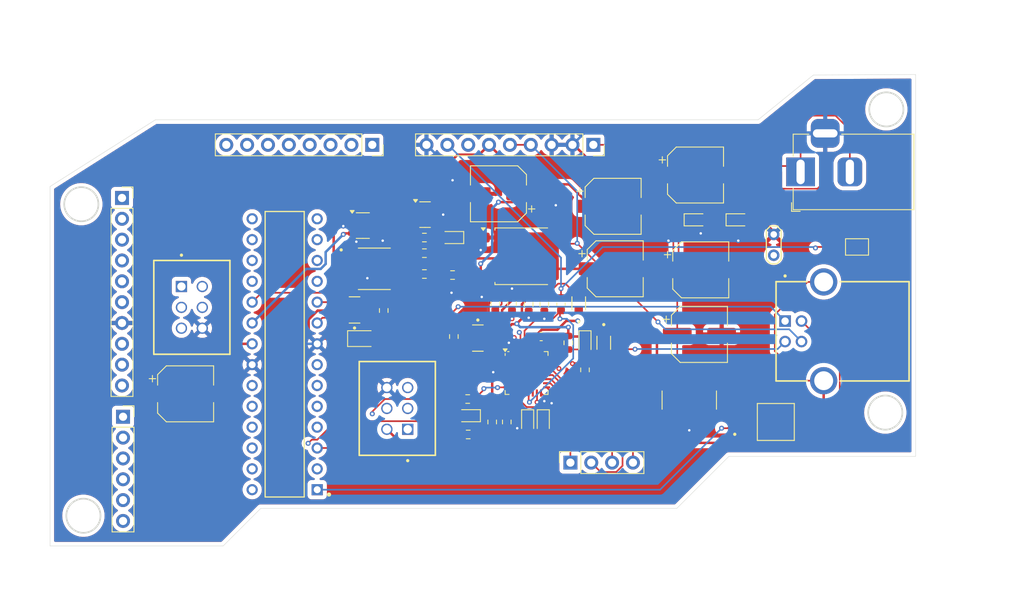
<source format=kicad_pcb>
(kicad_pcb (version 20240108) (generator "pcbnew") (generator_version "8.0")
  (layers (0 "F.Cu" signal) (1 "In1.Cu" power "IN1.CU") (2 "In2.Cu" signal) (31 "B.Cu" power) (36 "B.SilkS" user "B.Silkscreen") (37 "F.SilkS" user "F.Silkscreen") (38 "B.Mask" user) (39 "F.Mask" user) (44 "Edge.Cuts" user))
  (net 0 "")
  (net 1 "/POWER SEC/VIN")
  (net 2 "GND")
  (net 3 "+5V")
  (net 4 "/POWER SEC/+3.3V")
  (net 5 "/USB SECTION/USBGND")
  (net 6 "/USB SECTION/PD7")
  (net 7 "RESET")
  (net 8 "/MCU/AREF")
  (net 9 "/POWER SEC/PWRIN")
  (net 10 "Net-(D2-A)")
  (net 11 "/USB SECTION/RESET2")
  (net 12 "TXLED")
  (net 13 "Net-(D4-A)")
  (net 14 "Net-(D5-A)")
  (net 15 "RXLED")
  (net 16 "Net-(D6-A)")
  (net 17 "/MCU/RESET")
  (net 18 "Net-(D8-K)")
  (net 19 "USBVCC")
  (net 20 "/USB SECTION/USBSHIELD")
  (net 21 "/USB SECTION/USBD-")
  (net 22 "/USB SECTION/USBD+")
  (net 23 "/USB SECTION/MOSI2")
  (net 24 "/USB SECTION/SCK2")
  (net 25 "/USB SECTION/MISO2")
  (net 26 "/USB SECTION/PB5")
  (net 27 "/USB SECTION/PB4")
  (net 28 "/USB SECTION/PB7")
  (net 29 "/USB SECTION/PB6")
  (net 30 "/MCU/PB4{slash}MISO")
  (net 31 "/MCU/PB3{slash}MOSI")
  (net 32 "/MCU/PB5{slash}SCK")
  (net 33 "/MCU/IO5")
  (net 34 "/MCU/IO0{slash}RXD")
  (net 35 "/MCU/IO6")
  (net 36 "/MCU/IO4")
  (net 37 "/MCU/IO3")
  (net 38 "/MCU/IO7")
  (net 39 "/MCU/IO2")
  (net 40 "/MCU/IO1{slash}TXD")
  (net 41 "/MCU/SS")
  (net 42 "/MCU/IO9")
  (net 43 "/MCU/IO8")
  (net 44 "/MCU/PC5{slash}SCL")
  (net 45 "/MCU/PC4{slash}SDA")
  (net 46 "/MCU/PC2")
  (net 47 "/MCU/PC0")
  (net 48 "/MCU/PC3")
  (net 49 "/MCU/PC1")
  (net 50 "/POWER SEC/GATE_CONTROL")
  (net 51 "Net-(U6A-+)")
  (net 52 "/USB SECTION/MCUD-")
  (net 53 "/USB SECTION/MCUD+")
  (net 54 "Net-(U4-XTAL1)")
  (net 55 "Net-(U4-PC0{slash}XTAL2)")
  (net 56 "Net-(U6B--)")
  (net 57 "Net-(U7-PB6)")
  (net 58 "Net-(U7-PB7)")
  (net 59 "RXM8")
  (net 60 "TXM8")
  (net 71 "/USB SECTION/AT_TO_CAP")
  (net 72 "Net-(J3-VCC)")
  (footprint "Resistor_SMD:R_0603_1608Metric" (layer "F.Cu") (at 142.113 72.644 -90)
    (property "Reference" "R6" (hide yes))
    (property "Value" "22R" (hide yes))
  )
  (footprint "Resistor_SMD:R_0603_1608Metric" (layer "F.Cu") (at 133.223 64.58 -90)
    (property "Reference" "R11" (hide yes))
    (property "Value" "1k" (hide yes))
  )
  (footprint "Resistor_SMD:R_0603_1608Metric" (layer "F.Cu") (at 122.555 58.42 180)
    (property "Reference" "R1A1" (hide yes))
    (property "Value" "1k" (hide yes))
  )
  (footprint "Capacitor_SMD:CP_Elec_6.3x3" (layer "F.Cu") (at 155.575 48.895)
    (property "Reference" "C2" (hide yes))
    (property "Value" "47u" (hide yes))
  )
  (footprint "Library:SAMTEC_TSS-103-03-L-D" (layer "F.Cu") (at 92.964 62.484 -90)
    (property "Reference" "J6" (hide yes))
    (property "Value" "ICSP HEADER" (hide yes))
  )
  (footprint "Library:SAMTEC_TSS-103-03-L-D" (layer "F.Cu") (at 120.523 79.883 90)
    (property "Reference" "J4" (hide yes))
    (property "Value" "ICSP HEADER" (hide yes))
  )
  (footprint "Library:OSC_CSTCE16M0V53-R0" (layer "F.Cu") (at 114.046 65.339 90)
    (property "Reference" "Y2" (hide yes))
    (property "Value" "CSTCE16M0V53-R0" (hide yes))
  )
  (footprint "Resistor_SMD:R_0603_1608Metric" (layer "F.Cu") (at 117.602 65.405 90)
    (property "Reference" "R13" (hide yes))
    (property "Value" "1M" (hide yes))
  )
  (footprint "Resistor_SMD:R_0603_1608Metric" (layer "F.Cu") (at 122.555 56.515 180)
    (property "Reference" "R1B1" (hide yes))
    (property "Value" "1k" (hide yes))
  )
  (footprint "Resistor_SMD:R_0603_1608Metric" (layer "F.Cu") (at 132.588 78.994 90)
    (property "Reference" "R16" (hide yes))
    (property "Value" "1k" (hide yes))
  )
  (footprint "Library:FUSM1812X02" (layer "F.Cu") (at 122.555 65.196 90)
    (property "Reference" "F1" (hide yes))
    (property "Value" "MF-MSMF050-2" (hide yes))
  )
  (footprint "Resistor_SMD:R_0603_1608Metric" (layer "F.Cu") (at 126.143 68.58 -90)
    (property "Reference" "R10" (hide yes))
    (property "Value" "1M" (hide yes))
  )
  (footprint "Capacitor_SMD:CP_Elec_6.3x3" (layer "F.Cu") (at 93.472 75.565)
    (property "Reference" "C9" (hide yes))
    (property "Value" "100n" (hide yes))
  )
  (footprint "Library:DIP794W46P254L2967H457Q28B" (layer "F.Cu") (at 105.537 70.739 180)
    (property "Reference" "U7" (hide yes))
    (property "Value" "ATMEGA328P-PU" (hide yes))
  )
  (footprint "Diode_SMD:D_0603_1608Metric" (layer "F.Cu") (at 142.113 69.3675 -90)
    (property "Reference" "D3" (hide yes))
    (property "Value" "D" (hide yes))
  )
  (footprint "Capacitor_SMD:CP_Elec_6.3x3" (layer "F.Cu") (at 145.542 52.705)
    (property "Reference" "C5" (hide yes))
    (property "Value" "1u" (hide yes))
  )
  (footprint "Library:SAMTEC_USB-B-S-X-X-TH-TR" (layer "F.Cu") (at 171.182 67.945 90)
    (property "Reference" "J3" (hide yes))
    (property "Value" "USB-B-S-X-X-TH-TR" (hide yes))
  )
  (footprint "Library:OSC_CSTCE16M0V53-R0" (layer "F.Cu") (at 129.064 68.768 -90)
    (property "Reference" "Y1" (hide yes))
    (property "Value" "CSTCE16M0V53-R0" (hide yes))
  )
  (footprint "Diode_SMD:D_0603_1608Metric" (layer "F.Cu") (at 160.782 54.356)
    (property "Reference" "D1" (hide yes))
    (property "Value" "D" (hide yes))
  )
  (footprint "Resistor_SMD:R_0603_1608Metric" (layer "F.Cu") (at 125.984 61.087 180)
    (property "Reference" "R3" (hide yes))
    (property "Value" "10k" (hide yes))
  )
  (footprint "Library:SOIC127P599X175-8N" (layer "F.Cu") (at 116.459 60.325)
    (property "Reference" "U6" (hide yes))
    (property "Value" "LMV358" (hide yes))
  )
  (footprint "Diode_SMD:D_0603_1608Metric" (layer "F.Cu") (at 127.889 78.232 180)
    (property "Reference" "D7" (hide yes))
    (property "Value" "D" (hide yes))
  )
  (footprint "LED_SMD:LED_0603_1608Metric" (layer "F.Cu") (at 125.857 56.515 180)
    (property "Reference" "D2" (hide yes))
    (property "Value" "GREEN ON" (hide yes))
  )
  (footprint "Capacitor_SMD:CP_Elec_6.3x3" (layer "F.Cu") (at 156.21 60.452)
    (property "Reference" "C3" (hide yes))
    (property "Value" "100n" (hide yes))
  )
  (footprint "Capacitor_SMD:CP_Elec_6.3x3" (layer "F.Cu") (at 156.05 68.326)
    (property "Reference" "C4" (hide yes))
    (property "Value" "100n" (hide yes))
  )
  (footprint "Resistor_SMD:R_0603_1608Metric" (layer "F.Cu") (at 140.081 69.342 90)
    (property "Reference" "R5" (hide yes))
    (property "Value" "10k" (hide yes))
  )
  (footprint "Capacitor_SMD:C_1825_4564Metric" (layer "F.Cu") (at 154.813 76.327 90)
    (property "Reference" "C7" (hide yes))
    (property "Value" "100n" (hide yes))
  )
  (footprint "Resistor_SMD:R_0603_1608Metric" (layer "F.Cu") (at 135.255 64.643 -90)
    (property "Reference" "R9" (hide yes))
    (property "Value" "1k" (hide yes))
  )
  (footprint "Package_TO_SOT_SMD:SOT-23" (layer "F.Cu") (at 122.6335 53.721)
    (property "Reference" "Q1" (hide yes))
    (property "Value" "FDN340P" (hide yes))
  )
  (footprint "Connector_PinSocket_2.54mm:PinSocket_1x04_P2.54mm_Vertical" (layer "F.Cu") (at 140.335 83.947 90)
    (property "Reference" "J5" (hide yes))
    (property "Value" "Conn_01x04_Socket" (hide yes))
  )
  (footprint "Library:BEADC2012X105N" (layer "F.Cu") (at 173.483 79.629 180)
    (property "Reference" "FL1" (hide yes))
    (property "Value" "BLM21SP111SH1D" (hide yes))
  )
  (footprint "Resistor_SMD:R_0603_1608Metric" (layer "F.Cu") (at 137.16 64.643 90)
    (property "Reference" "R7" (hide yes))
    (property "Value" "22R" (hide yes))
  )
  (footprint "Connector_PinSocket_2.54mm:PinSocket_1x10_P2.54mm_Vertical" (layer "F.Cu") (at 85.725 51.689)
    (property "Reference" "J8" (hide yes))
    (property "Value" "Conn_01x10_Socket" (hide yes))
  )
  (footprint "Connector_BarrelJack:BarrelJack_Horizontal" (layer "F.Cu") (at 168.371 48.514 180)
    (property "Reference" "J1" (hide yes))
    (property "Value" "Barrel_Jack_Switch_Pin3Ring" (hide yes))
  )
  (footprint "LED_SMD:LED_0805_2012Metric_Pad1.15x1.40mm_HandSolder" (layer "F.Cu") (at 115.062 68.834)
    (property "Reference" "D6" (hide yes))
    (property "Value" "LED" (hide yes))
  )
  (footprint "Package_TO_SOT_SMD:SOT-23-5" (layer "F.Cu") (at 115.0565 55.057)
    (property "Reference" "U3" (hide yes))
    (property "Value" "LP2985-3.3" (hide yes))
  )
  (footprint "Resistor_SMD:R_0603_1608Metric" (layer "F.Cu") (at 131.191 64.58 -90)
    (property "Reference" "R4" (hide yes))
    (property "Value" "10k" (hide yes))
  )
  (footprint "Resistor_SMD:R_0603_1608Metric" (layer "F.Cu") (at 127.889 80.518)
    (property "Reference" "R14" (hide yes))
    (property "Value" "10k" (hide yes))
  )
  (footprint "Resistor_SMD:R_0603_1608Metric" (layer "F.Cu") (at 127.826 76.2)
    (property "Reference" "R15" (hide yes))
    (property "Value" "1k" (hide yes))
  )
  (footprint "LED_SMD:LED_0603_1608Metric" (layer "F.Cu") (at 135.128 78.994 -90)
    (property "Reference" "D5" (hide yes))
    (property "Value" "LED" (hide yes))
  )
  (footprint "Connector_PinSocket_2.54mm:PinSocket_1x08_P2.54mm_Vertical" (layer "F.Cu") (at 116.205 45.212 -90)
    (property "Reference" "J7" (hide yes))
    (property "Value" "Conn_01x08_Socket" (hide yes))
  )
  (footprint "Library:VARC1608X56N" (layer "F.Cu") (at 144.399 69.342 -90)
    (property "Reference" "RV1" (hide yes))
    (property "Value" "CG0603MLC-05E" (hide yes))
  )
  (footprint "Resistor_SMD:R_0603_1608Metric" (layer "F.Cu") (at 130.81 78.994 -90)
    (property "Reference" "R8" (hide yes))
    (property "Value" "1k" (hide yes))
  )
  (footprint "Capacitor_SMD:C_0603_1608Metric" (layer "F.Cu") (at 139.192 64.643 -90)
    (property "Reference" "C8" (hide yes))
    (property "Value" "100n" (hide yes))
  )
  (footprint "Capacitor_SMD:CP_Elec_6.3x3" (layer "F.Cu") (at 131.572 51.181 180)
    (property "Reference" "C1" (hide yes))
    (property "Value" "47u" (hide yes))
  )
  (footprint "Package_DFN_QFN:QFN-32-1EP_5x5mm_P0.5mm_EP3.1x3.1mm" (layer "F.Cu") (at 135.001 73.025)
    (property "Reference" "U4" (hide yes))
    (property "Value" "ATmega16U2-M" (hide yes))
  )
  (footprint "Diode_SMD:D_0603_1608Metric" (layer "F.Cu") (at 155.6765 54.356)
    (property "Reference" "D8" (hide yes))
    (property "Value" "D" (hide yes))
  )
  (footprint "TestPoint:TestPoint_2Pads_Pitch2.54mm_Drill0.8mm" (layer "F.Cu") (at 165.1 58.674 90)
    (property "Reference" "JP2" (hide yes))
    (property "Value" "SolderJumper_2_Open" (hide yes))
  )
  (footprint "Capacitor_SMD:C_0603_1608Metric" (layer "F.Cu") (at 136.779 68.58 180)
    (property "Reference" "C6" (hide yes))
    (property "Value" "1u" (hide yes))
  )
  (footprint "Connector_PinSocket_2.54mm:PinSocket_1x09_P2.54mm_Vertical" (layer "F.Cu") (at 143.129 45.212 -90)
    (property "Reference" "J2" (hide yes))
    (property "Value" "Conn_01x09_Socket" (hide yes))
  )
  (footprint "Library:SW_TL3305CF160QG" (layer "F.Cu") (at 165.354 78.994)
    (property "Reference" "S1" (hide yes))
    (property "Value" "TL3305CF160QG" (hide yes))
  )
  (footprint "Library:VARC1608X56N" (layer "F.Cu") (at 141.351 64.534 90)
    (property "Reference" "RV2" (hide yes))
    (property "Value" "CG0603MLC-05E" (hide yes))
  )
  (footprint "Resistor_SMD:R_0603_1608Metric" (layer "F.Cu") (at 122.555 60.96)
    (property "Reference" "R12" (hide yes))
    (property "Value" "1k" (hide yes))
  )
  (footprint "Jumper:SolderJumper-2_P1.3mm_Open_Pad1.0x1.5mm" (layer "F.Cu") (at 175.245 57.658)
    (property "Reference" "JP1" (hide yes))
    (property "Value" "SolderJumper_2_Open" (hide yes))
  )
  (footprint "Package_TO_SOT_SMD:TO-252-2" (layer "F.Cu") (at 134.453 58.795)
    (property "Reference" "U1" (hide yes))
    (property "Value" "NCP1117-5.0_TO252" (hide yes))
  )
  (footprint "LED_SMD:LED_0603_1608Metric" (layer "F.Cu") (at 137.033 78.994 -90)
    (property "Reference" "D4" (hide yes))
    (property "Value" "LED" (hide yes))
  )
  (footprint "Capacitor_SMD:CP_Elec_6.3x3" (layer "F.Cu") (at 145.796 60.325)
    (property "Reference" "C10" (hide yes))
    (property "Value" "100n" (hide yes))
  )
  (footprint "Connector_PinSocket_2.54mm:PinSocket_1x06_P2.54mm_Vertical" (layer "F.Cu") (at 85.852 78.359)
    (property "Reference" "J9" (hide yes))
    (property "Value" "Conn_01x06_Socket" (hide yes))
  )
  (gr_line (start 182.372 83.185) (end 182.372 36.703) (stroke (width 0.05)) (layer "Edge.Cuts"))
  (gr_circle (center 80.772 52.451) (end 82.854955 52.451) (stroke (width 0.2)) (fill none) (layer "Edge.Cuts"))
  (gr_line (start 102.616 89.535) (end 98.044 94.107) (stroke (width 0.05)) (layer "Edge.Cuts"))
  (gr_line (start 102.616 89.535) (end 153.289 89.535) (stroke (width 0.05)) (layer "Edge.Cuts"))
  (gr_line (start 182.372 36.703) (end 182.372 36.6395) (stroke (width 0.05)) (layer "Edge.Cuts"))
  (gr_circle (center 178.816 40.894) (end 180.898955 40.894) (stroke (width 0.2)) (fill none) (layer "Edge.Cuts"))
  (gr_line (start 76.962 94.107) (end 76.962 50.292) (stroke (width 0.05)) (layer "Edge.Cuts"))
  (gr_line (start 153.289 89.535) (end 159.639 83.185) (stroke (width 0.05)) (layer "Edge.Cuts"))
  (gr_circle (center 81.026 90.424) (end 83.108955 90.424) (stroke (width 0.2)) (fill none) (layer "Edge.Cuts"))
  (gr_circle (center 178.689 77.851) (end 180.771955 77.851) (stroke (width 0.2)) (fill none) (layer "Edge.Cuts"))
  (gr_line (start 169.926 36.703) (end 182.372 36.6395) (stroke (width 0.05)) (layer "Edge.Cuts"))
  (gr_line (start 159.639 83.185) (end 182.372 83.185) (stroke (width 0.05)) (layer "Edge.Cuts"))
  (gr_line (start 163.195 42.164) (end 89.789 42.164) (stroke (width 0.05)) (layer "Edge.Cuts"))
  (gr_line (start 163.195 42.164) (end 169.926 36.703) (stroke (width 0.05)) (layer "Edge.Cuts"))
  (gr_line (start 76.962 50.292) (end 89.789 42.164) (stroke (width 0.05)) (layer "Edge.Cuts"))
  (gr_line (start 98.044 94.107) (end 76.962 94.107) (stroke (width 0.05)) (layer "Edge.Cuts"))
  (segment (start 134.272 51.181) (end 137.16 51.181) (width 0.3) (layer "F.Cu") (net 1))
  (segment (start 156.21 56.007) (end 156.21 54.61) (width 0.3) (layer "F.Cu") (net 1))
  (segment (start 137.16 51.181) (end 138.557 52.578) (width 0.3) (layer "F.Cu") (net 1))
  (segment (start 129.413 59.705) (end 129.413 61.075) (width 0.3) (layer "F.Cu") (net 1))
  (segment (start 131.572 52.197) (end 133.256 52.197) (width 0.3) (layer "F.Cu") (net 1))
  (segment (start 156.464 54.356) (end 159.9945 54.356) (width 0.2) (layer "F.Cu") (net 1))
  (segment (start 129.401 61.087) (end 129.413 61.075) (width 0.3) (layer "F.Cu") (net 1))
  (segment (start 133.256 52.197) (end 134.272 51.181) (width 0.3) (layer "F.Cu") (net 1))
  (segment (start 156.21 54.61) (end 156.464 54.356) (width 0.3) (layer "F.Cu") (net 1))
  (segment (start 126.809 61.087) (end 129.401 61.087) (width 0.3) (layer "F.Cu") (net 1))
  (via blind (at 138.557 52.578) (size 0.6) (drill 0.3) (layers "F.Cu" "In2.Cu") (net 1))
  (via blind (at 156.21 56.007) (size 0.6) (drill 0.3) (layers "F.Cu" "In2.Cu") (net 1))
  (via (at 131.572 52.197) (size 0.6) (drill 0.3) (layers "F.Cu" "B.Cu") (net 1))
  (via (at 129.413 59.705) (size 0.6) (drill 0.3) (layers "F.Cu" "B.Cu") (net 1))
  (segment (start 129.413 59.705) (end 130.81 58.308) (width 0.3) (layer "B.Cu") (net 1))
  (segment (start 130.81 52.959) (end 131.572 52.197) (width 0.3) (layer "B.Cu") (net 1))
  (segment (start 130.81 58.308) (end 130.81 52.959) (width 0.3) (layer "B.Cu") (net 1))
  (segment (start 148.242 52.705) (end 140.749 45.212) (width 0.3) (layer "F.Cu") (net 2))
  (segment (start 114.037 68.834) (end 110.132 68.834) (width 0.3) (layer "F.Cu") (net 2))
  (segment (start 159.115 49.735) (end 165.227 49.735) (width 0.2) (layer "F.Cu") (net 2))
  (segment (start 125.318 68.834) (end 125.318 68.277) (width 0.3) (layer "F.Cu") (net 2))
  (segment (start 132.5635 72.275) (end 134.251 72.275) (width 0.3) (layer "F.Cu") (net 2))
  (segment (start 171.371 49.614) (end 171.371 43.814) (width 0.2) (layer "F.Cu") (net 2))
  (segment (start 114.046 65.339) (end 113.967 65.418) (width 0.3) (layer "F.Cu") (net 2))
  (segment (start 130.366 65.838358) (end 130.366 64.58) (width 0.3) (layer "F.Cu") (net 2))
  (segment (start 158.212999 78.377) (end 158.75 77.839999) (width 0.2) (layer "F.Cu") (net 2))
  (segment (start 112.737 55.057) (end 112.676 55.118) (width 0.3) (layer "F.Cu") (net 2))
  (segment (start 125.318 68.277) (end 125.318 67.214) (width 0.3) (layer "F.Cu") (net 2))
  (segment (start 158.91 68.166) (end 158.75 68.326) (width 0.2) (layer "F.Cu") (net 2))
  (segment (start 130.682642 66.155) (end 130.366 65.838358) (width 0.3) (layer "F.Cu") (net 2))
  (segment (start 171.371 43.814) (end 171.371 49.863) (width 0.2) (layer "F.Cu") (net 2))
  (segment (start 128.801 68.505) (end 125.546 68.505) (width 0.3) (layer "F.Cu") (net 2))
  (segment (start 140.749 45.212) (end 140.589 45.212) (width 0.3) (layer "F.Cu") (net 2))
  (segment (start 125.318 69.838358) (end 125.318 68.834) (width 0.3) (layer "F.Cu") (net 2))
  (segment (start 113.967 65.418) (end 109.552774 65.418) (width 0.3) (layer "F.Cu") (net 2))
  (segment (start 129.413 56.515) (end 129.413 58.039) (width 0.3) (layer "F.Cu") (net 2))
  (segment (start 133.223 64.146642) (end 132.016 65.353642) (width 0.3) (layer "F.Cu") (net 2))
  (segment (start 108.458 68.43) (end 109.497 69.469) (width 0.3) (layer "F.Cu") (net 2))
  (segment (start 96.172 75.565) (end 98.021 75.565) (width 0.3) (layer "F.Cu") (net 2))
  (segment (start 170.421 50.564) (end 171.371 49.614) (width 0.2) (layer "F.Cu") (net 2))
  (segment (start 114.843 62.23) (end 115.605 61.468) (width 0.2) (layer "F.Cu") (net 2))
  (segment (start 165.227 49.735) (end 166.056 50.564) (width 0.2) (layer "F.Cu") (net 2))
  (segment (start 125.318 68.733) (end 125.546 68.505) (width 0.3) (layer "F.Cu") (net 2))
  (segment (start 168.954 80.494) (end 161.754 80.494) (width 0.2) (layer "F.Cu") (net 2))
  (segment (start 160.782 60.452) (end 165.1 56.134) (width 0.2) (layer "F.Cu") (net 2))
  (segment (start 114.037 70.857) (end 117.983 74.803) (width 0.3) (layer "F.Cu") (net 2))
  (segment (start 158.275 48.895) (end 165.1 55.72) (width 0.2) (layer "F.Cu") (net 2))
  (segment (start 125.546 68.505) (end 125.318 68.277) (width 0.3) (layer "F.Cu") (net 2))
  (segment (start 148.496 60.325) (end 148.496 52.959) (width 0.3) (layer "F.Cu") (net 2))
  (segment (start 158.91 60.452) (end 158.91 68.166) (width 0.2) (layer "F.Cu") (net 2))
  (segment (start 156.93 80.494) (end 154.813 78.377) (width 0.2) (layer "F.Cu") (net 2))
  (segment (start 132.016 65.353642) (end 132.016 65.838358) (width 0.3) (layer "F.Cu") (net 2))
  (segment (start 160.782 56.896) (end 160.782 58.58) (width 0.3) (layer "F.Cu") (net 2))
  (segment (start 108.458 66.512774) (end 108.458 68.43) (width 0.3) (layer "F.Cu") (net 2))
  (segment (start 154.813 80.01) (end 154.813 78.377) (width 0.3) (layer "F.Cu") (net 2))
  (segment (start 132.016 65.838358) (end 131.699358 66.155) (width 0.3) (layer "F.Cu") (net 2))
  (segment (start 131.699358 66.155) (end 130.682642 66.155) (width 0.3) (layer "F.Cu") (net 2))
  (segment (start 134.251 72.275) (end 135.001 73.025) (width 0.3) (layer "F.Cu") (net 2))
  (segment (start 113.989 62.23) (end 114.843 62.23) (width 0.2) (layer "F.Cu") (net 2))
  (segment (start 128.777 63.755) (end 129.54 63.755) (width 0.3) (layer "F.Cu") (net 2))
  (segment (start 98.021 75.565) (end 101.577 72.009) (width 0.3) (layer "F.Cu") (net 2))
  (segment (start 158.91 60.452) (end 160.782 60.452) (width 0.2) (layer "F.Cu") (net 2))
  (segment (start 132.5635 72.275) (end 127.754642 72.275) (width 0.3) (layer "F.Cu") (net 2))
  (segment (start 127.754642 72.275) (end 125.318 69.838358) (width 0.3) (layer "F.Cu") (net 2))
  (segment (start 114.037 68.834) (end 114.037 70.857) (width 0.3) (layer "F.Cu") (net 2))
  (segment (start 165.1 55.72) (end 165.1 56.134) (width 0.2) (layer "F.Cu") (net 2))
  (segment (start 158.275 48.895) (end 159.115 49.735) (width 0.2) (layer "F.Cu") (net 2))
  (segment (start 128.872 55.974) (end 129.413 56.515) (width 0.3) (layer "F.Cu") (net 2))
  (segment (start 171.371 49.863) (end 165.1 56.134) (width 0.2) (layer "F.Cu") (net 2))
  (segment (start 125.318 67.214) (end 128.777 63.755) (width 0.3) (layer "F.Cu") (net 2))
  (segment (start 161.754 80.494) (end 156.93 80.494) (width 0.2) (layer "F.Cu") (net 2))
  (segment (start 148.496 52.959) (end 148.242 52.705) (width 0.3) (layer "F.Cu") (net 2))
  (segment (start 129.064 68.768) (end 128.801 68.505) (width 0.3) (layer "F.Cu") (net 2))
  (segment (start 129.413 56.515) (end 126.6445 56.515) (width 0.3) (layer "F.Cu") (net 2))
  (segment (start 148.496 60.325) (end 151.925 56.896) (width 0.3) (layer "F.Cu") (net 2))
  (segment (start 128.872 51.181) (end 128.872 55.974) (width 0.3) (layer "F.Cu") (net 2))
  (segment (start 158.75 77.839999) (end 158.75 68.326) (width 0.2) (layer "F.Cu") (net 2))
  (segment (start 151.925 56.896) (end 152.275 56.896) (width 0.3) (layer "F.Cu") (net 2))
  (segment (start 125.318 68.834) (end 125.318 68.733) (width 0.3) (layer "F.Cu") (net 2))
  (segment (start 160.782 58.58) (end 158.91 60.452) (width 0.3) (layer "F.Cu") (net 2))
  (segment (start 113.919 55.057) (end 112.737 55.057) (width 0.3) (layer "F.Cu") (net 2))
  (segment (start 154.813 78.377) (end 158.212999 78.377) (width 0.2) (layer "F.Cu") (net 2))
  (segment (start 127.635 51.181) (end 125.984 49.53) (width 0.3) (layer "F.Cu") (net 2))
  (segment (start 110.132 68.834) (end 109.497 69.469) (width 0.3) (layer "F.Cu") (net 2))
  (segment (start 129.54 63.755) (end 131.191 63.755) (width 0.3) (layer "F.Cu") (net 2))
  (segment (start 109.552774 65.418) (end 108.458 66.512774) (width 0.3) (layer "F.Cu") (net 2))
  (segment (start 166.056 50.564) (end 170.421 50.564) (width 0.2) (layer "F.Cu") (net 2))
  (segment (start 130.366 64.58) (end 131.191 63.755) (width 0.3) (layer "F.Cu") (net 2))
  (segment (start 133.223 63.755) (end 133.223 62.738) (width 0.3) (layer "F.Cu") (net 2))
  (segment (start 128.872 51.181) (end 127.635 51.181) (width 0.3) (layer "F.Cu") (net 2))
  (segment (start 133.223 63.755) (end 133.223 64.146642) (width 0.3) (layer "F.Cu") (net 2))
  (via (at 129.54 63.755) (size 0.6) (drill 0.3) (layers "F.Cu" "B.Cu") (net 2))
  (via blind (at 154.813 80.01) (size 0.6) (drill 0.3) (layers "F.Cu" "In1.Cu") (net 2))
  (via (at 125.984 49.53) (size 0.6) (drill 0.3) (layers "F.Cu" "B.Cu") (net 2))
  (via (at 129.413 58.039) (size 0.6) (drill 0.3) (layers "F.Cu" "B.Cu") (net 2))
  (via (at 112.676 55.118) (size 0.6) (drill 0.3) (layers "F.Cu" "B.Cu") (net 2))
  (via blind (at 160.782 56.896) (size 0.6) (drill 0.3) (layers "F.Cu" "B.Cu") (net 2))
  (via blind (at 152.275 56.896) (size 0.6) (drill 0.3) (layers "F.Cu" "B.Cu") (net 2))
  (via (at 115.605 61.468) (size 0.6) (drill 0.3) (layers "F.Cu" "B.Cu") (net 2))
  (via (at 133.223 62.738) (size 0.6) (drill 0.3) (layers "F.Cu" "B.Cu") (net 2))
  (segment (start 125.349 48.895) (end 125.349 47.752) (width 0.3) (layer "B.Cu") (net 2))
  (segment (start 122.809 54.020239) (end 122.809 45.212) (width 0.3) (layer "B.Cu") (net 2))
  (segment (start 128.763 62.978) (end 129.54 63.755) (width 0.3) (layer "B.Cu") (net 2))
  (segment (start 128.763 58.689) (end 128.763 62.978) (width 0.3) (layer "B.Cu") (net 2))
  (segment (start 104.117 69.469) (end 109.497 69.469) (width 0.3) (layer "B.Cu") (net 2))
  (segment (start 115.605 61.468) (end 115.605 63.361) (width 0.2) (layer "B.Cu") (net 2))
  (segment (start 140.589 45.212) (end 141.987 43.814) (width 0.3) (layer "B.Cu") (net 2))
  (segment (start 112.676 55.118) (end 112.676 53.44) (width 0.3) (layer "B.Cu") (net 2))
  (segment (start 141.987 43.814) (end 171.371 43.814) (width 0.3) (layer "B.Cu") (net 2))
  (segment (start 152.275 56.896) (end 160.782 56.896) (width 0.3) (layer "B.Cu") (net 2))
  (segment (start 115.605 63.361) (end 109.497 69.469) (width 0.2) (layer "B.Cu") (net 2))
  (segment (start 120.904 45.212) (end 122.809 45.212) (width 0.3) (layer "B.Cu") (net 2))
  (segment (start 112.676 53.44) (end 120.904 45.212) (width 0.3) (layer "B.Cu") (net 2))
  (segment (start 133.223 62.738) (end 131.526761 62.738) (width 0.3) (layer "B.Cu") (net 2))
  (segment (start 129.413 58.039) (end 128.763 58.689) (width 0.3) (layer "B.Cu") (net 2))
  (segment (start 125.349 47.752) (end 122.809 45.212) (width 0.3) (layer "B.Cu") (net 2))
  (segment (start 125.984 49.53) (end 125.349 48.895) (width 0.3) (layer "B.Cu") (net 2))
  (segment (start 131.526761 62.738) (end 122.809 54.020239) (width 0.3) (layer "B.Cu") (net 2))
  (segment (start 101.577 72.009) (end 104.117 69.469) (width 0.3) (layer "B.Cu") (net 2))
  (segment (start 112.803 56.007) (end 112.676 56.134) (width 0.3) (layer "F.Cu") (net 3))
  (segment (start 153.35 72.814) (end 153.35 68.326) (width 0.2) (layer "F.Cu") (net 3))
  (segment (start 153.51 49.53) (end 152.875 48.895) (width 0.2) (layer "F.Cu") (net 3))
  (segment (start 114.9315 56.1375) (end 114.8715 56.1975) (width 0.3) (layer "F.Cu") (net 3))
  (segment (start 114.686 54.107) (end 113.919 54.107) (width 0.3) (layer "F.Cu") (net 3))
  (segment (start 128.6765 78.232) (end 128.6765 80.4805) (width 0.3) (layer "F.Cu") (net 3))
  (segment (start 130.937 72.925) (end 131.087 72.775) (width 0.3) (layer "F.Cu") (net 3))
  (segment (start 130.81 78.169) (end 128.7395 78.169) (width 0.3) (layer "F.Cu") (net 3))
  (segment (start 154.813 74.277) (end 153.35 72.814) (width 0.2) (layer "F.Cu") (net 3))
  (segment (start 114.9315 55.656999) (end 114.9315 54.864) (width 0.3) (layer "F.Cu") (net 3))
  (segment (start 134.43 66.387239) (end 133.809619 67.007619) (width 0.3) (layer "F.Cu") (net 3))
  (segment (start 114.9315 54.3525) (end 114.686 54.107) (width 0.3) (layer "F.Cu") (net 3))
  (segment (start 131.087 72.775) (end 132.5635 72.775) (width 0.3) (layer "F.Cu") (net 3))
  (segment (start 130.81 73.052) (end 130.937 72.925) (width 0.3) (layer "F.Cu") (net 3))
  (segment (start 153.35 68.326) (end 153.35 60.612) (width 0.2) (layer "F.Cu") (net 3))
  (segment (start 113.919 56.007) (end 112.803 56.007) (width 0.3) (layer "F.Cu") (net 3))
  (segment (start 134.43 64.643) (end 134.43 66.387239) (width 0.3) (layer "F.Cu") (net 3))
  (segment (start 125.857 56.017104) (end 125.857 57.15) (width 0.3) (layer "F.Cu") (net 3))
  (segment (start 152.875 48.895) (end 152.875 58.780744) (width 0.2) (layer "F.Cu") (net 3))
  (segment (start 121.73 58.42) (end 118.929 58.42) (width 0.3) (layer "F.Cu") (net 3))
  (segment (start 121.73 58.42) (end 121.73 56.515) (width 0.3) (layer "F.Cu") (net 3))
  (segment (start 133.208 67.071) (end 132.842 67.437) (width 0.3) (layer "F.Cu") (net 3))
  (segment (start 142.113 68.58) (end 140.144 68.58) (width 0.3) (layer "F.Cu") (net 3))
  (segment (start 133.746238 67.071) (end 133.208 67.071) (width 0.3) (layer "F.Cu") (net 3))
  (segment (start 124.510896 54.671) (end 125.857 56.017104) (width 0.3) (layer "F.Cu") (net 3))
  (segment (start 140.081 67.437) (end 140.081 68.517) (width 0.3) (layer "F.Cu") (net 3))
  (segment (start 114.581499 56.007) (end 114.9315 55.656999) (width 0.3) (layer "F.Cu") (net 3))
  (segment (start 140.144 68.58) (end 140.081 68.517) (width 0.3) (layer "F.Cu") (net 3))
  (segment (start 137.388 57.27) (end 141.111744 57.27) (width 0.2) (layer "F.Cu") (net 3))
  (segment (start 125.857 57.15) (end 127.762 59.055) (width 0.3) (layer "F.Cu") (net 3))
  (segment (start 132.842 67.437) (end 132.842 69.342) (width 0.3) (layer "F.Cu") (net 3))
  (segment (start 114.681 56.007) (end 114.8715 56.1975) (width 0.3) (layer "F.Cu") (net 3))
  (segment (start 114.9315 55.656999) (end 114.9315 56.1375) (width 0.3) (layer "F.Cu") (net 3))
  (segment (start 150.230744 61.425) (end 145.372 61.425) (width 0.2) (layer "F.Cu") (net 3))
  (segment (start 128.714 80.518) (end 127.889 81.343) (width 0.3) (layer "F.Cu") (net 3))
  (segment (start 121.696 56.481) (end 121.73 56.515) (width 0.3) (layer "F.Cu") (net 3))
  (segment (start 113.919 56.007) (end 114.581499 56.007) (width 0.3) (layer "F.Cu") (net 3))
  (segment (start 114.9315 54.864) (end 114.9315 54.3525) (width 0.3) (layer "F.Cu") (net 3))
  (segment (start 143.096 60.325) (end 137.393 60.325) (width 0.3) (layer "F.Cu") (net 3))
  (segment (start 135.255 63.818) (end 134.43 64.643) (width 0.3) (layer "F.Cu") (net 3))
  (segment (start 127.762 59.055) (end 132.253 59.055) (width 0.3) (layer "F.Cu") (net 3))
  (segment (start 132.253 59.055) (end 134.038 57.27) (width 0.3) (layer "F.Cu") (net 3))
  (segment (start 141.111744 57.27) (end 141.164372 57.217372) (width 0.2) (layer "F.Cu") (net 3))
  (segment (start 121.696 54.671) (end 121.696 56.481) (width 0.3) (layer "F.Cu") (net 3))
  (segment (start 133.251 69.751) (end 132.842 69.342) (width 0.3) (layer "F.Cu") (net 3))
  (segment (start 114.8715 56.1975) (end 117.094 58.42) (width 0.3) (layer "F.Cu") (net 3))
  (segment (start 153.51 60.452) (end 153.51 49.53) (width 0.2) (layer "F.Cu") (net 3))
  (segment (start 128.6765 80.4805) (end 128.714 80.518) (width 0.3) (layer "F.Cu") (net 3))
  (segment (start 135.255 63.818) (end 135.255 61.537) (width 0.3) (layer "F.Cu") (net 3))
  (segment (start 145.372 61.425) (end 141.164372 57.217372) (width 0.2) (layer "F.Cu") (net 3))
  (segment (start 133.251 70.5875) (end 133.251 69.751) (width 0.3) (layer "F.Cu") (net 3))
  (segment (start 153.35 60.612) (end 153.51 60.452) (width 0.2) (layer "F.Cu") (net 3))
  (segment (start 121.696 54.671) (end 124.510896 54.671) (width 0.3) (layer "F.Cu") (net 3))
  (segment (start 113.919 56.007) (end 114.681 56.007) (width 0.3) (layer "F.Cu") (net 3))
  (segment (start 135.255 61.537) (end 134.038 60.32) (width 0.3) (layer "F.Cu") (net 3))
  (segment (start 152.875 58.780744) (end 150.230744 61.425) (width 0.2) (layer "F.Cu") (net 3))
  (segment (start 133.809619 67.007619) (end 133.746238 67.071) (width 0.3) (layer "F.Cu") (net 3))
  (segment (start 135.509 45.212) (end 132.969 45.212) (width 0.2) (layer "F.Cu") (net 3))
  (segment (start 119.443 81.343) (end 117.983 79.883) (width 0.3) (layer "F.Cu") (net 3))
  (segment (start 130.81 78.169) (end 130.81 73.052) (width 0.3) (layer "F.Cu") (net 3))
  (segment (start 137.393 60.325) (end 137.388 60.32) (width 0.3) (layer "F.Cu") (net 3))
  (segment (start 127.889 81.343) (end 119.443 81.343) (width 0.3) (layer "F.Cu") (net 3))
  (segment (start 133.809619 67.007619) (end 133.809619 67.021) (width 0.3) (layer "F.Cu") (net 3))
  (segment (start 117.094 58.42) (end 118.929 58.42) (width 0.3) (layer "F.Cu") (net 3))
  (segment (start 128.7395 78.169) (end 128.6765 78.232) (width 0.3) (layer "F.Cu") (net 3))
  (via blind (at 141.164372 57.217372) (size 0.6) (drill 0.3) (layers "F.Cu" "B.Cu") (net 3))
  (via (at 133.809619 67.021) (size 0.6) (drill 0.3) (layers "F.Cu" "B.Cu") (net 3))
  (via (at 112.676 56.134) (size 0.6) (drill 0.3) (layers "F.Cu" "B.Cu") (net 3))
  (via (at 140.081 67.437) (size 0.6) (drill 0.3) (layers "F.Cu" "B.Cu") (net 3))
  (via blind (at 132.842 69.342) (size 0.6) (drill 0.3) (layers "F.Cu" "In1.Cu") (net 3))
  (via blind (at 130.937 72.925) (size 0.6) (drill 0.3) (layers "F.Cu" "In1.Cu") (net 3))
  (segment (start 141.164372 57.217372) (end 141.164372 50.867372) (width 0.2) (layer "B.Cu") (net 3))
  (segment (start 109.923226 60.338) (end 108.168 60.338) (width 0.3) (layer "B.Cu") (net 3))
  (segment (start 108.168 60.338) (end 101.577 66.929) (width 0.3) (layer "B.Cu") (net 3))
  (segment (start 141.164372 50.867372) (end 135.509 45.212) (width 0.2) (layer "B.Cu") (net 3))
  (segment (start 110.53 59.731226) (end 109.923226 60.338) (width 0.3) (layer "B.Cu") (net 3))
  (segment (start 110.53 58.28) (end 110.53 59.731226) (width 0.3) (layer "B.Cu") (net 3))
  (segment (start 112.676 56.134) (end 110.53 58.28) (width 0.3) (layer "B.Cu") (net 3))
  (segment (start 134.225619 67.437) (end 133.809619 67.021) (width 0.3) (layer "B.Cu") (net 3))
  (segment (start 140.081 67.437) (end 134.225619 67.437) (width 0.3) (layer "B.Cu") (net 3))
  (segment (start 112.903 59.69) (end 113.989 59.69) (width 0.3) (layer "F.Cu") (net 4))
  (segment (start 111.506 55.146238) (end 111.506 58.293) (width 0.3) (layer "F.Cu") (net 4))
  (segment (start 115.544 53.457) (end 113.195238 53.457) (width 0.3) (layer "F.Cu") (net 4))
  (segment (start 111.506 58.293) (end 112.903 59.69) (width 0.3) (layer "F.Cu") (net 4))
  (segment (start 135.248 50.031) (end 130.429 45.212) (width 0.3) (layer "F.Cu") (net 4))
  (segment (start 142.842 52.705) (end 140.168 50.031) (width 0.3) (layer "F.Cu") (net 4))
  (segment (start 116.194 54.107) (end 118.911238 54.107) (width 0.3) (layer "F.Cu") (net 4))
  (segment (start 126.606238 46.412) (end 129.229 46.412) (width 0.3) (layer "F.Cu") (net 4))
  (segment (start 129.229 46.412) (end 130.429 45.212) (width 0.3) (layer "F.Cu") (net 4))
  (segment (start 118.911238 54.107) (end 126.606238 46.412) (width 0.3) (layer "F.Cu") (net 4))
  (segment (start 113.195238 53.457) (end 111.506 55.146238) (width 0.3) (layer "F.Cu") (net 4))
  (segment (start 116.194 54.107) (end 115.544 53.457) (width 0.3) (layer "F.Cu") (net 4))
  (segment (start 140.168 50.031) (end 135.248 50.031) (width 0.3) (layer "F.Cu") (net 4))
  (segment (start 139.827 66.675) (end 141.224 66.675) (width 0.3) (layer "F.Cu") (net 5))
  (segment (start 135.251 69.333) (end 135.251 70.5875) (width 0.3) (layer "F.Cu") (net 5))
  (segment (start 136.004 68.58) (end 136.829 67.755) (width 0.3) (layer "F.Cu") (net 5))
  (segment (start 173.14 79.082) (end 173.14 71.353) (width 0.2) (layer "F.Cu") (net 5))
  (segment (start 172.593 79.629) (end 173.14 79.082) (width 0.2) (layer "F.Cu") (net 5))
  (segment (start 138.747 67.755) (end 139.827 66.675) (width 0.3) (layer "F.Cu") (net 5))
  (segment (start 136.829 67.755) (end 138.747 67.755) (width 0.3) (layer "F.Cu") (net 5))
  (segment (start 136.004 68.58) (end 135.251 69.333) (width 0.3) (layer "F.Cu") (net 5))
  (segment (start 173.14 71.353) (end 168.482 66.695) (width 0.2) (layer "F.Cu") (net 5))
  (via blind (at 141.224 66.675) (size 0.6) (drill 0.3) (layers "F.Cu" "B.Cu") (net 5))
  (segment (start 133.223 66.421) (end 133.223 65.405) (width 0.2) (layer "F.Cu") (net 6))
  (segment (start 139.065 66.421) (end 139.065 65.545) (width 0.2) (layer "F.Cu") (net 6))
  (segment (start 135.251 76.485) (end 135.347 76.581) (width 0.2) (layer "F.Cu") (net 6))
  (segment (start 135.251 75.4625) (end 135.251 76.485) (width 0.2) (layer "F.Cu") (net 6))
  (segment (start 139.192 65.418) (end 138.189 66.421) (width 0.2) (layer "F.Cu") (net 6))
  (segment (start 138.189 66.421) (end 137.16 66.421) (width 0.2) (layer "F.Cu") (net 6))
  (segment (start 139.065 65.545) (end 139.192 65.418) (width 0.2) (layer "F.Cu") (net 6))
  (via blind (at 137.16 66.421) (size 0.6) (drill 0.3) (layers "F.Cu" "In2.Cu") (net 6))
  (via blind (at 133.223 66.421) (size 0.6) (drill 0.3) (layers "F.Cu" "In2.Cu") (net 6))
  (via blind (at 135.347 76.581) (size 0.6) (drill 0.3) (layers "F.Cu" "B.Cu") (net 6))
  (via blind (at 139.065 66.421) (size 0.6) (drill 0.3) (layers "F.Cu" "B.Cu") (net 6))
  (segment (start 139.913529 66.421) (end 139.065 66.421) (width 0.2) (layer "B.Cu") (net 6))
  (segment (start 140.681 71.247) (end 140.681 67.188471) (width 0.2) (layer "B.Cu") (net 6))
  (segment (start 135.347 76.581) (end 140.681 71.247) (width 0.2) (layer "B.Cu") (net 6))
  (segment (start 140.681 67.188471) (end 139.913529 66.421) (width 0.2) (layer "B.Cu") (net 6))
  (segment (start 175.895 57.658) (end 170.307 57.658) (width 0.2) (layer "F.Cu") (net 7))
  (segment (start 170.307 57.658) (end 170.18 57.785) (width 0.2) (layer "F.Cu") (net 7))
  (segment (start 139.192 63.868) (end 139.192 62.738) (width 0.2) (layer "F.Cu") (net 7))
  (via (at 139.192 62.738) (size 0.6) (drill 0.3) (layers "F.Cu" "B.Cu") (net 7))
  (via blind (at 170.18 57.785) (size 0.6) (drill 0.3) (layers "F.Cu" "B.Cu") (net 7))
  (segment (start 170.18 57.785) (end 170.069 57.674) (width 0.2) (layer "B.Cu") (net 7))
  (segment (start 144.256 57.674) (end 139.192 62.738) (width 0.2) (layer "B.Cu") (net 7))
  (segment (start 139.192 58.968471) (end 125.435529 45.212) (width 0.2) (layer "B.Cu") (net 7))
  (segment (start 125.435529 45.212) (end 125.349 45.212) (width 0.2) (layer "B.Cu") (net 7))
  (segment (start 170.069 57.674) (end 144.256 57.674) (width 0.2) (layer "B.Cu") (net 7))
  (segment (start 139.192 62.738) (end 139.192 58.968471) (width 0.2) (layer "B.Cu") (net 7))
  (segment (start 96.868 69.469) (end 101.577 69.469) (width 0.3) (layer "F.Cu") (net 8))
  (segment (start 90.772 75.565) (end 96.868 69.469) (width 0.3) (layer "F.Cu") (net 8))
  (segment (start 169.799 41.656) (end 168.371 43.084) (width 0.2) (layer "F.Cu") (net 9))
  (segment (start 174.371 48.514) (end 174.371 43.395002) (width 0.2) (layer "F.Cu") (net 9))
  (segment (start 155.702 47.879) (end 155.702 49.156744) (width 0.2) (layer "F.Cu") (net 9))
  (segment (start 174.371 43.395002) (end 172.631998 41.656) (width 0.2) (layer "F.Cu") (net 9))
  (segment (start 172.631998 41.656) (end 169.799 41.656) (width 0.2) (layer "F.Cu") (net 9))
  (segment (start 157.2085 49.995) (end 161.5695 54.356) (width 0.2) (layer "F.Cu") (net 9))
  (segment (start 168.371 48.514) (end 167.652 47.795) (width 0.2) (layer "F.Cu") (net 9))
  (segment (start 167.652 47.795) (end 155.786 47.795) (width 0.2) (layer "F.Cu") (net 9))
  (segment (start 155.702 49.156744) (end 156.540256 49.995) (width 0.2) (layer "F.Cu") (net 9))
  (segment (start 168.371 43.084) (end 168.371 48.514) (width 0.2) (layer "F.Cu") (net 9))
  (segment (start 155.786 47.795) (end 155.702 47.879) (width 0.2) (layer "F.Cu") (net 9))
  (segment (start 156.540256 49.995) (end 157.2085 49.995) (width 0.2) (layer "F.Cu") (net 9))
  (segment (start 123.38 56.515) (end 123.38 58.42) (width 0.3) (layer "F.Cu") (net 10))
  (segment (start 125.0695 56.515) (end 123.38 56.515) (width 0.3) (layer "F.Cu") (net 10))
  (segment (start 142.113 70.155) (end 140.093 70.155) (width 0.2) (layer "F.Cu") (net 11))
  (segment (start 140.093 70.155) (end 140.081 70.167) (width 0.2) (layer "F.Cu") (net 11))
  (segment (start 137.890386 71.275) (end 137.4385 71.275) (width 0.2) (layer "F.Cu") (net 11))
  (segment (start 140.081 70.167) (end 138.5465 70.167) (width 0.2) (layer "F.Cu") (net 11))
  (segment (start 138.938 72.322614) (end 137.890386 71.275) (width 0.2) (layer "F.Cu") (net 11))
  (segment (start 138.5465 70.167) (end 137.4385 71.275) (width 0.2) (layer "F.Cu") (net 11))
  (segment (start 138.938 72.482) (end 138.938 72.322614) (width 0.2) (layer "F.Cu") (net 11))
  (via blind (at 138.938 72.482) (size 0.6) (drill 0.3) (layers "F.Cu" "In2.Cu") (net 11))
  (segment (start 135.006471 77.181) (end 134.251 76.425529) (width 0.2) (layer "F.Cu") (net 12))
  (segment (start 137.033 78.2065) (end 136.0075 77.181) (width 0.2) (layer "F.Cu") (net 12))
  (segment (start 134.251 76.425529) (end 134.251 75.4625) (width 0.2) (layer "F.Cu") (net 12))
  (segment (start 136.0075 77.181) (end 135.006471 77.181) (width 0.2) (layer "F.Cu") (net 12))
  (segment (start 136.2955 79.044) (end 137.033 79.7815) (width 0.2) (layer "F.Cu") (net 13))
  (segment (start 130.81 79.819) (end 131.585 79.044) (width 0.2) (layer "F.Cu") (net 13))
  (segment (start 131.585 79.044) (end 136.2955 79.044) (width 0.2) (layer "F.Cu") (net 13))
  (segment (start 135.255 65.468) (end 135.255 66.294) (width 0.2) (layer "F.Cu") (net 14))
  (segment (start 133.858 79.756) (end 133.8835 79.7815) (width 0.2) (layer "F.Cu") (net 14))
  (segment (start 133.8835 79.7815) (end 135.128 79.7815) (width 0.2) (layer "F.Cu") (net 14))
  (via blind (at 133.858 79.756) (size 0.6) (drill 0.3) (layers "F.Cu" "In1.Cu") (net 14))
  (via blind (at 135.255 66.294) (size 0.6) (drill 0.3) (layers "F.Cu" "In1.Cu") (net 14))
  (segment (start 135.128 78.2065) (end 133.751 76.8295) (width 0.2) (layer "F.Cu") (net 15))
  (segment (start 133.751 76.8295) (end 133.751 75.4625) (width 0.2) (layer "F.Cu") (net 15))
  (segment (start 122.344 61.996) (end 120.555 61.996) (width 0.2) (layer "F.Cu") (net 16))
  (segment (start 116.205 68.834) (end 116.087 68.834) (width 0.2) (layer "F.Cu") (net 16))
  (segment (start 120.555 61.996) (end 120.555 64.484) (width 0.2) (layer "F.Cu") (net 16))
  (segment (start 123.38 60.96) (end 122.344 61.996) (width 0.2) (layer "F.Cu") (net 16))
  (segment (start 120.555 64.484) (end 116.205 68.834) (width 0.2) (layer "F.Cu") (net 16))
  (segment (start 159.492 79.756) (end 158.75 79.756) (width 0.2) (layer "F.Cu") (net 17))
  (segment (start 161.754 77.494) (end 168.954 77.494) (width 0.2) (layer "F.Cu") (net 17))
  (segment (start 111.766 78.898) (end 109.511 81.153) (width 0.2) (layer "F.Cu") (net 17))
  (segment (start 161.754 77.494) (end 159.492 79.756) (width 0.2) (layer "F.Cu") (net 17))
  (segment (start 127.1015 80.4805) (end 127.064 80.518) (width 0.2) (layer "F.Cu") (net 17))
  (segment (start 108.839 81.153) (end 108.3945 81.5975) (width 0.2) (layer "F.Cu") (net 17))
  (segment (start 127.064 80.518) (end 125.444 78.898) (width 0.2) (layer "F.Cu") (net 17))
  (segment (start 109.511 81.153) (end 108.839 81.153) (width 0.2) (layer "F.Cu") (net 17))
  (segment (start 125.444 78.898) (end 111.766 78.898) (width 0.2) (layer "F.Cu") (net 17))
  (segment (start 127.1015 78.232) (end 127.1015 80.4805) (width 0.2) (layer "F.Cu") (net 17))
  (via blind (at 108.3945 81.5975) (size 0.6) (drill 0.3) (layers "F.Cu" "B.Cu") (net 17))
  (via blind (at 158.75 79.756) (size 0.6) (drill 0.3) (layers "F.Cu" "B.Cu") (net 17))
  (segment (start 158.75 79.756) (end 151.257 87.249) (width 0.2) (layer "B.Cu") (net 17))
  (segment (start 151.257 87.249) (end 109.497 87.249) (width 0.2) (layer "B.Cu") (net 17))
  (segment (start 154.925 54.32) (end 154.925 48.110256) (width 0.2) (layer "F.Cu") (net 18))
  (segment (start 152.026744 45.212) (end 143.129 45.212) (width 0.2) (layer "F.Cu") (net 18))
  (segment (start 154.925 48.110256) (end 152.026744 45.212) (width 0.2) (layer "F.Cu") (net 18))
  (segment (start 154.889 54.356) (end 154.925 54.32) (width 0.2) (layer "F.Cu") (net 18))
  (segment (start 133.492 68.707) (end 133.751 68.966) (width 0.3) (layer "F.Cu") (net 19))
  (segment (start 123.571 53.721) (end 124.841 53.721) (width 0.3) (layer "F.Cu") (net 19))
  (segment (start 133.751 68.966) (end 133.751 70.5875) (width 0.3) (layer "F.Cu") (net 19))
  (segment (start 125.857 63.246) (end 122.555 63.246) (width 0.3) (layer "F.Cu") (net 19))
  (via blind (at 125.857 63.246) (size 0.6) (drill 0.3) (layers "F.Cu" "In1.Cu") (net 19))
  (via blind (at 124.841 53.721) (size 0.6) (drill 0.3) (layers "F.Cu" "In1.Cu") (net 19))
  (via blind (at 133.492 68.707) (size 0.6) (drill 0.3) (layers "F.Cu" "In1.Cu") (net 19))
  (segment (start 173.338 80.664) (end 171.723 80.664) (width 0.2) (layer "F.Cu") (net 20))
  (segment (start 171.182 80.123) (end 171.182 73.965) (width 0.2) (layer "F.Cu") (net 20))
  (segment (start 144.399 68.362) (end 141.351 65.314) (width 0.3) (layer "F.Cu") (net 20))
  (segment (start 144.399 68.562) (end 144.399 68.362) (width 0.3) (layer "F.Cu") (net 20))
  (segment (start 168.837234 73.965) (end 165.227 70.354766) (width 0.2) (layer "F.Cu") (net 20))
  (segment (start 171.182 80.466) (end 171.182 73.965) (width 0.3) (layer "F.Cu") (net 20))
  (segment (start 165.227 70.354766) (end 165.227 65.913) (width 0.2) (layer "F.Cu") (net 20))
  (segment (start 174.373 79.629) (end 173.338 80.664) (width 0.2) (layer "F.Cu") (net 20))
  (segment (start 170.104 81.544) (end 171.182 80.466) (width 0.3) (layer "F.Cu") (net 20))
  (segment (start 169.215 61.925) (end 171.182 61.925) (width 0.2) (layer "F.Cu") (net 20))
  (segment (start 153.524544 81.544) (end 170.104 81.544) (width 0.3) (layer "F.Cu") (net 20))
  (segment (start 171.723 80.664) (end 171.182 80.123) (width 0.2) (layer "F.Cu") (net 20))
  (segment (start 171.182 73.965) (end 168.837234 73.965) (width 0.2) (layer "F.Cu") (net 20))
  (segment (start 150.876 78.895456) (end 153.524544 81.544) (width 0.3) (layer "F.Cu") (net 20))
  (segment (start 144.399 68.562) (end 150.876 68.562) (width 0.3) (layer "F.Cu") (net 20))
  (segment (start 150.876 68.562) (end 150.876 78.895456) (width 0.3) (layer "F.Cu") (net 20))
  (segment (start 165.227 65.913) (end 169.215 61.925) (width 0.2) (layer "F.Cu") (net 20))
  (segment (start 144.399 70.122) (end 144.399 71.183) (width 0.2) (layer "F.Cu") (net 21))
  (segment (start 148.209 70.122) (end 144.399 70.122) (width 0.2) (layer "F.Cu") (net 21))
  (segment (start 144.399 71.183) (end 142.113 73.469) (width 0.2) (layer "F.Cu") (net 21))
  (via blind (at 148.209 70.122) (size 0.6) (drill 0.3) (layers "F.Cu" "B.Cu") (net 21))
  (segment (start 148.227 70.104) (end 165.573 70.104) (width 0.2) (layer "B.Cu") (net 21))
  (segment (start 148.209 70.122) (end 148.227 70.104) (width 0.2) (layer "B.Cu") (net 21))
  (segment (start 165.573 70.104) (end 166.482 69.195) (width 0.2) (layer "B.Cu") (net 21))
  (segment (start 139.735 62.138) (end 138.84 62.138) (width 0.2) (layer "F.Cu") (net 22))
  (segment (start 141.351 63.754) (end 147.955 63.754) (width 0.2) (layer "F.Cu") (net 22))
  (segment (start 138.84 62.138) (end 137.16 63.818) (width 0.2) (layer "F.Cu") (net 22))
  (segment (start 147.955 63.754) (end 151.003 66.802) (width 0.2) (layer "F.Cu") (net 22))
  (segment (start 141.351 63.754) (end 139.735 62.138) (width 0.2) (layer "F.Cu") (net 22))
  (via blind (at 151.003 66.802) (size 0.6) (drill 0.3) (layers "F.Cu" "B.Cu") (net 22))
  (segment (start 151.003 66.802) (end 151.9 67.699) (width 0.2) (layer "B.Cu") (net 22))
  (segment (start 151.9 67.699) (end 166.986 67.699) (width 0.2) (layer "B.Cu") (net 22))
  (segment (start 166.986 67.699) (end 168.482 69.195) (width 0.2) (layer "B.Cu") (net 22))
  (segment (start 137.16 75.8715) (end 136.751 75.4625) (width 0.2) (layer "F.Cu") (net 23))
  (segment (start 137.16 76.454) (end 137.16 75.8715) (width 0.2) (layer "F.Cu") (net 23))
  (via blind (at 137.16 76.454) (size 0.6) (drill 0.3) (layers "F.Cu" "In2.Cu") (net 23))
  (segment (start 136.271 75.4825) (end 136.251 75.4625) (width 0.2) (layer "F.Cu") (net 24))
  (segment (start 136.271 76.581) (end 136.271 75.4825) (width 0.2) (layer "F.Cu") (net 24))
  (via blind (at 136.271 76.581) (size 0.6) (drill 0.3) (layers "F.Cu" "In2.Cu") (net 24))
  (segment (start 138.049 75.3855) (end 137.4385 74.775) (width 0.2) (layer "F.Cu") (net 25))
  (segment (start 138.049 76.708) (end 138.049 75.3855) (width 0.2) (layer "F.Cu") (net 25))
  (via blind (at 138.049 76.708) (size 0.6) (drill 0.3) (layers "F.Cu" "In2.Cu") (net 25))
  (segment (start 137.4385 73.775) (end 137.956072 73.775) (width 0.2) (layer "F.Cu") (net 26))
  (segment (start 145.415 81.233928) (end 145.415 83.947) (width 0.2) (layer "F.Cu") (net 26))
  (segment (start 137.956072 73.775) (end 145.415 81.233928) (width 0.2) (layer "F.Cu") (net 26))
  (segment (start 140.335 76.719614) (end 140.335 83.947) (width 0.2) (layer "F.Cu") (net 27))
  (segment (start 137.4385 74.275) (end 137.890386 74.275) (width 0.2) (layer "F.Cu") (net 27))
  (segment (start 137.890386 74.275) (end 140.335 76.719614) (width 0.2) (layer "F.Cu") (net 27))
  (segment (start 137.4385 72.775) (end 137.4445 72.769) (width 0.2) (layer "F.Cu") (net 28))
  (segment (start 147.955 82.492314) (end 147.955 83.947) (width 0.2) (layer "F.Cu") (net 28))
  (segment (start 138.231686 72.769) (end 147.955 82.492314) (width 0.2) (layer "F.Cu") (net 28))
  (segment (start 137.4445 72.769) (end 138.231686 72.769) (width 0.2) (layer "F.Cu") (net 28))
  (segment (start 144.025 85.097) (end 142.875 83.947) (width 0.2) (layer "F.Cu") (net 29))
  (segment (start 138.172 73.275) (end 146.685 81.788) (width 0.2) (layer "F.Cu") (net 29))
  (segment (start 146.685 81.788) (end 146.685 84.328) (width 0.2) (layer "F.Cu") (net 29))
  (segment (start 146.685 84.328) (end 145.916 85.097) (width 0.2) (layer "F.Cu") (net 29))
  (segment (start 145.916 85.097) (end 144.025 85.097) (width 0.2) (layer "F.Cu") (net 29))
  (segment (start 137.4385 73.275) (end 138.172 73.275) (width 0.2) (layer "F.Cu") (net 29))
  (segment (start 118.929 62.23) (end 117.913 63.246) (width 0.2) (layer "F.Cu") (net 32))
  (segment (start 102.72 63.246) (end 101.577 64.389) (width 0.2) (layer "F.Cu") (net 32))
  (segment (start 117.913 63.246) (end 102.72 63.246) (width 0.2) (layer "F.Cu") (net 32))
  (segment (start 127.001 76.2) (end 117.732999 76.2) (width 0.2) (layer "F.Cu") (net 34))
  (segment (start 117.732999 76.2) (end 116.205 77.727999) (width 0.2) (layer "F.Cu") (net 34))
  (segment (start 116.205 77.727999) (end 116.205 78.001) (width 0.2) (layer "F.Cu") (net 34))
  (via (at 116.205 78.001) (size 0.6) (drill 0.3) (layers "F.Cu" "B.Cu") (net 34))
  (segment (start 130.238 82.169) (end 132.588 79.819) (width 0.2) (layer "F.Cu") (net 40))
  (segment (start 109.497 82.169) (end 130.238 82.169) (width 0.2) (layer "F.Cu") (net 40))
  (segment (start 114.265 57.023) (end 114.265 58.144) (width 0.3) (layer "F.Cu") (net 50))
  (segment (start 121.696 52.771) (end 117.571 56.896) (width 0.3) (layer "F.Cu") (net 50))
  (segment (start 114.265 58.144) (end 113.989 58.42) (width 0.3) (layer "F.Cu") (net 50))
  (segment (start 117.571 56.896) (end 117.475 56.896) (width 0.3) (layer "F.Cu") (net 50))
  (via blind (at 114.265 57.023) (size 0.6) (drill 0.3) (layers "F.Cu" "In2.Cu") (net 50))
  (via blind (at 117.475 56.896) (size 0.6) (drill 0.3) (layers "F.Cu" "In2.Cu") (net 50))
  (segment (start 127.029352 62.495) (end 125.621352 61.087) (width 0.2) (layer "F.Cu") (net 51))
  (segment (start 125.621352 61.087) (end 125.159 61.087) (width 0.2) (layer "F.Cu") (net 51))
  (segment (start 117.221 59.73059) (end 117.86159 59.09) (width 0.2) (layer "F.Cu") (net 51))
  (segment (start 121.193 59.09) (end 122.288 60.185) (width 0.2) (layer "F.Cu") (net 51))
  (segment (start 112.395 62.457205) (end 112.783795 62.846) (width 0.2) (layer "F.Cu") (net 51))
  (segment (start 116.224 62.846) (end 117.221 61.849) (width 0.2) (layer "F.Cu") (net 51))
  (segment (start 117.221 61.849) (end 117.221 59.73059) (width 0.2) (layer "F.Cu") (net 51))
  (segment (start 113.004001 60.96) (end 112.395 61.569001) (width 0.2) (layer "F.Cu") (net 51))
  (segment (start 122.288 60.185) (end 124.257 60.185) (width 0.2) (layer "F.Cu") (net 51))
  (segment (start 117.86159 59.09) (end 121.193 59.09) (width 0.2) (layer "F.Cu") (net 51))
  (segment (start 113.989 60.96) (end 113.004001 60.96) (width 0.2) (layer "F.Cu") (net 51))
  (segment (start 112.783795 62.846) (end 116.224 62.846) (width 0.2) (layer "F.Cu") (net 51))
  (segment (start 131.572 62.495) (end 127.029352 62.495) (width 0.2) (layer "F.Cu") (net 51))
  (segment (start 131.966 64.63) (end 131.966 62.889) (width 0.2) (layer "F.Cu") (net 51))
  (segment (start 112.395 61.569001) (end 112.395 62.457205) (width 0.2) (layer "F.Cu") (net 51))
  (segment (start 131.966 62.889) (end 131.572 62.495) (width 0.2) (layer "F.Cu") (net 51))
  (segment (start 131.191 65.405) (end 131.966 64.63) (width 0.2) (layer "F.Cu") (net 51))
  (segment (start 124.257 60.185) (end 125.159 61.087) (width 0.2) (layer "F.Cu") (net 51))
  (segment (start 140.652 71.819) (end 142.113 71.819) (width 0.2) (layer "F.Cu") (net 52))
  (segment (start 134.251 70.5875) (end 134.251 68.216705) (width 0.2) (layer "F.Cu") (net 52))
  (segment (start 134.251 68.216705) (end 134.111134 68.076839) (width 0.2) (layer "F.Cu") (net 52))
  (segment (start 140.589 71.882) (end 140.652 71.819) (width 0.2) (layer "F.Cu") (net 52))
  (via blind (at 134.111134 68.076839) (size 0.6) (drill 0.3) (layers "F.Cu" "B.Cu") (net 52))
  (via blind (at 140.589 71.882) (size 0.6) (drill 0.3) (layers "F.Cu" "In2.Cu") (net 52))
  (segment (start 137.16 65.468) (end 134.751 67.877) (width 0.2) (layer "F.Cu") (net 53))
  (segment (start 134.751 67.877) (end 134.751 70.5875) (width 0.2) (layer "F.Cu") (net 53))
  (segment (start 132.5635 70.6675) (end 132.5635 71.275) (width 0.2) (layer "F.Cu") (net 54))
  (segment (start 126.206 67.818) (end 126.143 67.755) (width 0.2) (layer "F.Cu") (net 54))
  (segment (start 129.714 67.818) (end 132.5635 70.6675) (width 0.2) (layer "F.Cu") (net 54))
  (segment (start 129.064 67.818) (end 129.714 67.818) (width 0.2) (layer "F.Cu") (net 54))
  (segment (start 129.064 67.818) (end 126.206 67.818) (width 0.2) (layer "F.Cu") (net 54))
  (segment (start 128.751 69.405) (end 129.064 69.718) (width 0.2) (layer "F.Cu") (net 55))
  (segment (start 126.143 69.405) (end 128.751 69.405) (width 0.2) (layer "F.Cu") (net 55))
  (segment (start 131.121 71.775) (end 132.5635 71.775) (width 0.2) (layer "F.Cu") (net 55))
  (segment (start 129.064 69.718) (end 131.121 71.775) (width 0.2) (layer "F.Cu") (net 55))
  (segment (start 118.929 59.69) (end 118.929 60.96) (width 0.2) (layer "F.Cu") (net 56))
  (segment (start 121.73 60.96) (end 118.929 60.96) (width 0.2) (layer "F.Cu") (net 56))
  (segment (start 114.046 66.289) (end 117.543 66.289) (width 0.2) (layer "F.Cu") (net 57))
  (segment (start 110.137 66.289) (end 109.497 66.929) (width 0.2) (layer "F.Cu") (net 57))
  (segment (start 117.543 66.289) (end 117.602 66.23) (width 0.2) (layer "F.Cu") (net 57))
  (segment (start 114.046 66.289) (end 110.137 66.289) (width 0.2) (layer "F.Cu") (net 57))
  (segment (start 114.237 64.58) (end 114.046 64.389) (width 0.2) (layer "F.Cu") (net 58))
  (segment (start 114.046 64.389) (end 109.497 64.389) (width 0.2) (layer "F.Cu") (net 58))
  (segment (start 117.602 64.58) (end 114.237 64.58) (width 0.2) (layer "F.Cu") (net 58))
  (segment (start 132.5635 74.775) (end 131.488 74.775) (width 0.2) (layer "F.Cu") (net 59))
  (segment (start 129.794 75.057) (end 128.651 76.2) (width 0.2) (layer "F.Cu") (net 59))
  (segment (start 131.488 74.775) (end 131.46 74.803) (width 0.2) (layer "F.Cu") (net 59))
  (segment (start 129.794 74.93) (end 129.794 75.057) (width 0.2) (layer "F.Cu") (net 59))
  (via blind (at 131.46 74.803) (size 0.6) (drill 0.3) (layers "F.Cu" "B.Cu") (net 59))
  (via blind (at 129.794 74.93) (size 0.6) (drill 0.3) (layers "F.Cu" "B.Cu") (net 59))
  (segment (start 131.46 74.803) (end 129.921 74.803) (width 0.2) (layer "B.Cu") (net 59))
  (segment (start 129.921 74.803) (end 129.794 74.93) (width 0.2) (layer "B.Cu") (net 59))
  (segment (start 132.588 76.1255) (end 133.251 75.4625) (width 0.2) (layer "F.Cu") (net 60))
  (segment (start 132.588 78.169) (end 132.588 76.1255) (width 0.2) (layer "F.Cu") (net 60))
  (segment (start 135.751 70.135614) (end 137.306614 68.58) (width 0.2) (layer "F.Cu") (net 71))
  (segment (start 137.306614 68.58) (end 137.554 68.58) (width 0.2) (layer "F.Cu") (net 71))
  (segment (start 135.751 70.5875) (end 135.751 70.135614) (width 0.2) (layer "F.Cu") (net 71))
  (segment (start 124.46676 67.146) (end 126.66738 64.94538) (width 0.2) (layer "F.Cu") (net 72))
  (segment (start 122.555 67.146) (end 124.46676 67.146) (width 0.2) (layer "F.Cu") (net 72))
  (via (at 126.66738 64.94538) (size 0.6) (drill 0.3) (layers "F.Cu" "B.Cu") (net 72))
  (segment (start 126.66738 64.94538) (end 164.73238 64.94538) (width 0.2) (layer "B.Cu") (net 72))
  (segment (start 164.73238 64.94538) (end 166.482 66.695) (width 0.2) (layer "B.Cu") (net 72))
  (zone (net 2) (net_name "GND") (layers "F&B.Cu") (connect_pads (clearance 0.5)) (min_thickness 0.25) (fill yes (thermal_gap 0.5) (thermal_bridge_width 0.5))
    (polygon (pts (xy 71.755 33.02) (xy 70.866 100.076) (xy 194.31 100.711) (xy 195.58 27.559)))
  )
)
</source>
